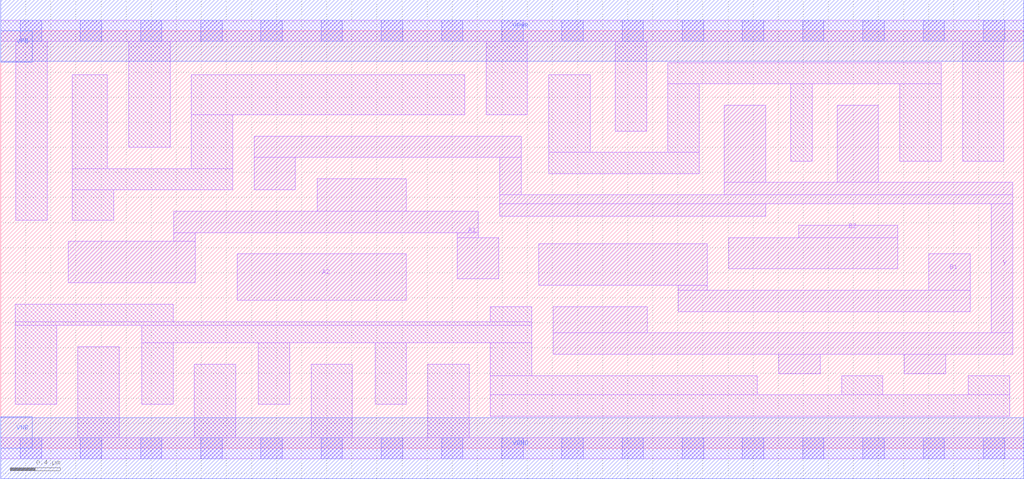
<source format=lef>
# Copyright 2020 The SkyWater PDK Authors
#
# Licensed under the Apache License, Version 2.0 (the "License");
# you may not use this file except in compliance with the License.
# You may obtain a copy of the License at
#
#     https://www.apache.org/licenses/LICENSE-2.0
#
# Unless required by applicable law or agreed to in writing, software
# distributed under the License is distributed on an "AS IS" BASIS,
# WITHOUT WARRANTIES OR CONDITIONS OF ANY KIND, either express or implied.
# See the License for the specific language governing permissions and
# limitations under the License.
#
# SPDX-License-Identifier: Apache-2.0

VERSION 5.5 ;
NAMESCASESENSITIVE ON ;
BUSBITCHARS "[]" ;
DIVIDERCHAR "/" ;
MACRO sky130_fd_sc_hs__o22ai_4
  CLASS CORE ;
  SOURCE USER ;
  ORIGIN  0.000000  0.000000 ;
  SIZE  8.160000 BY  3.330000 ;
  SYMMETRY X Y ;
  SITE unit ;
  PIN A1
    ANTENNAGATEAREA  1.116000 ;
    DIRECTION INPUT ;
    USE SIGNAL ;
    PORT
      LAYER li1 ;
        RECT 0.540000 1.320000 1.550000 1.650000 ;
        RECT 1.380000 1.650000 1.550000 1.720000 ;
        RECT 1.380000 1.720000 3.810000 1.890000 ;
        RECT 2.525000 1.890000 3.235000 2.150000 ;
        RECT 3.640000 1.350000 3.970000 1.680000 ;
        RECT 3.640000 1.680000 3.810000 1.720000 ;
    END
  END A1
  PIN A2
    ANTENNAGATEAREA  1.116000 ;
    DIRECTION INPUT ;
    USE SIGNAL ;
    PORT
      LAYER li1 ;
        RECT 1.885000 1.180000 3.235000 1.550000 ;
    END
  END A2
  PIN B1
    ANTENNAGATEAREA  1.116000 ;
    DIRECTION INPUT ;
    USE SIGNAL ;
    PORT
      LAYER li1 ;
        RECT 4.290000 1.300000 5.635000 1.630000 ;
        RECT 5.405000 1.090000 7.730000 1.260000 ;
        RECT 5.405000 1.260000 5.635000 1.300000 ;
        RECT 7.400000 1.260000 7.730000 1.550000 ;
    END
  END B1
  PIN B2
    ANTENNAGATEAREA  1.116000 ;
    DIRECTION INPUT ;
    USE SIGNAL ;
    PORT
      LAYER li1 ;
        RECT 5.805000 1.430000 7.155000 1.680000 ;
        RECT 6.365000 1.680000 7.155000 1.780000 ;
    END
  END B2
  PIN Y
    ANTENNADIFFAREA  2.388000 ;
    DIRECTION OUTPUT ;
    USE SIGNAL ;
    PORT
      LAYER li1 ;
        RECT 2.020000 2.060000 2.350000 2.320000 ;
        RECT 2.020000 2.320000 4.150000 2.490000 ;
        RECT 3.980000 1.850000 6.100000 1.950000 ;
        RECT 3.980000 1.950000 8.070000 2.020000 ;
        RECT 3.980000 2.020000 4.150000 2.320000 ;
        RECT 4.405000 0.750000 8.070000 0.920000 ;
        RECT 4.405000 0.920000 5.155000 1.130000 ;
        RECT 5.770000 2.020000 8.070000 2.120000 ;
        RECT 5.770000 2.120000 6.100000 2.735000 ;
        RECT 6.205000 0.595000 6.535000 0.750000 ;
        RECT 6.670000 2.120000 7.000000 2.735000 ;
        RECT 7.205000 0.595000 7.535000 0.750000 ;
        RECT 7.900000 0.920000 8.070000 1.950000 ;
    END
  END Y
  PIN VGND
    DIRECTION INOUT ;
    USE GROUND ;
    PORT
      LAYER met1 ;
        RECT 0.000000 -0.245000 8.160000 0.245000 ;
    END
  END VGND
  PIN VNB
    DIRECTION INOUT ;
    USE GROUND ;
    PORT
      LAYER met1 ;
        RECT 0.000000 0.000000 0.250000 0.250000 ;
    END
  END VNB
  PIN VPB
    DIRECTION INOUT ;
    USE POWER ;
    PORT
      LAYER met1 ;
        RECT 0.000000 3.080000 0.250000 3.330000 ;
    END
  END VPB
  PIN VPWR
    DIRECTION INOUT ;
    USE POWER ;
    PORT
      LAYER met1 ;
        RECT 0.000000 3.085000 8.160000 3.575000 ;
    END
  END VPWR
  OBS
    LAYER li1 ;
      RECT 0.000000 -0.085000 8.160000 0.085000 ;
      RECT 0.000000  3.245000 8.160000 3.415000 ;
      RECT 0.115000  0.350000 0.445000 0.980000 ;
      RECT 0.115000  0.980000 4.235000 1.010000 ;
      RECT 0.115000  1.010000 1.375000 1.150000 ;
      RECT 0.120000  1.820000 0.370000 3.245000 ;
      RECT 0.570000  1.820000 0.900000 2.060000 ;
      RECT 0.570000  2.060000 1.850000 2.230000 ;
      RECT 0.570000  2.230000 0.850000 2.980000 ;
      RECT 0.615000  0.085000 0.945000 0.810000 ;
      RECT 1.020000  2.400000 1.350000 3.245000 ;
      RECT 1.125000  0.350000 1.375000 0.840000 ;
      RECT 1.125000  0.840000 4.235000 0.980000 ;
      RECT 1.520000  2.230000 1.850000 2.660000 ;
      RECT 1.520000  2.660000 3.700000 2.980000 ;
      RECT 1.545000  0.085000 1.875000 0.670000 ;
      RECT 2.055000  0.350000 2.305000 0.840000 ;
      RECT 2.475000  0.085000 2.805000 0.670000 ;
      RECT 2.985000  0.350000 3.235000 0.840000 ;
      RECT 3.405000  0.085000 3.735000 0.670000 ;
      RECT 3.870000  2.660000 4.200000 3.245000 ;
      RECT 3.905000  0.255000 8.045000 0.425000 ;
      RECT 3.905000  0.425000 6.035000 0.580000 ;
      RECT 3.905000  0.580000 4.235000 0.840000 ;
      RECT 3.905000  1.010000 4.235000 1.130000 ;
      RECT 4.370000  2.190000 5.570000 2.360000 ;
      RECT 4.370000  2.360000 4.700000 2.980000 ;
      RECT 4.900000  2.530000 5.150000 3.245000 ;
      RECT 5.320000  2.360000 5.570000 2.905000 ;
      RECT 5.320000  2.905000 7.500000 3.075000 ;
      RECT 6.300000  2.290000 6.470000 2.905000 ;
      RECT 6.705000  0.425000 7.035000 0.580000 ;
      RECT 7.170000  2.290000 7.500000 2.905000 ;
      RECT 7.670000  2.290000 8.000000 3.245000 ;
      RECT 7.715000  0.425000 8.045000 0.580000 ;
    LAYER mcon ;
      RECT 0.155000 -0.085000 0.325000 0.085000 ;
      RECT 0.155000  3.245000 0.325000 3.415000 ;
      RECT 0.635000 -0.085000 0.805000 0.085000 ;
      RECT 0.635000  3.245000 0.805000 3.415000 ;
      RECT 1.115000 -0.085000 1.285000 0.085000 ;
      RECT 1.115000  3.245000 1.285000 3.415000 ;
      RECT 1.595000 -0.085000 1.765000 0.085000 ;
      RECT 1.595000  3.245000 1.765000 3.415000 ;
      RECT 2.075000 -0.085000 2.245000 0.085000 ;
      RECT 2.075000  3.245000 2.245000 3.415000 ;
      RECT 2.555000 -0.085000 2.725000 0.085000 ;
      RECT 2.555000  3.245000 2.725000 3.415000 ;
      RECT 3.035000 -0.085000 3.205000 0.085000 ;
      RECT 3.035000  3.245000 3.205000 3.415000 ;
      RECT 3.515000 -0.085000 3.685000 0.085000 ;
      RECT 3.515000  3.245000 3.685000 3.415000 ;
      RECT 3.995000 -0.085000 4.165000 0.085000 ;
      RECT 3.995000  3.245000 4.165000 3.415000 ;
      RECT 4.475000 -0.085000 4.645000 0.085000 ;
      RECT 4.475000  3.245000 4.645000 3.415000 ;
      RECT 4.955000 -0.085000 5.125000 0.085000 ;
      RECT 4.955000  3.245000 5.125000 3.415000 ;
      RECT 5.435000 -0.085000 5.605000 0.085000 ;
      RECT 5.435000  3.245000 5.605000 3.415000 ;
      RECT 5.915000 -0.085000 6.085000 0.085000 ;
      RECT 5.915000  3.245000 6.085000 3.415000 ;
      RECT 6.395000 -0.085000 6.565000 0.085000 ;
      RECT 6.395000  3.245000 6.565000 3.415000 ;
      RECT 6.875000 -0.085000 7.045000 0.085000 ;
      RECT 6.875000  3.245000 7.045000 3.415000 ;
      RECT 7.355000 -0.085000 7.525000 0.085000 ;
      RECT 7.355000  3.245000 7.525000 3.415000 ;
      RECT 7.835000 -0.085000 8.005000 0.085000 ;
      RECT 7.835000  3.245000 8.005000 3.415000 ;
  END
END sky130_fd_sc_hs__o22ai_4
END LIBRARY

</source>
